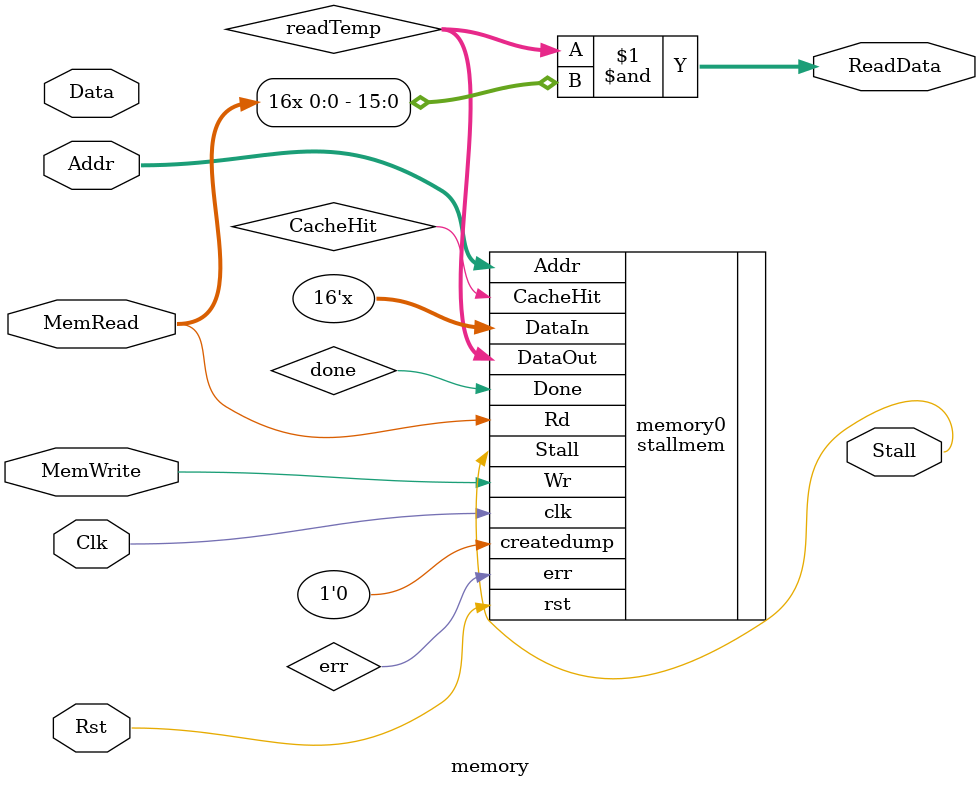
<source format=v>
module memory(Clk, Rst, Addr, Data, MemWrite, MemRead, ReadData, Stall);
   input Clk, Rst;
   input [15:0] Addr, Data;
   input 	MemWrite, MemRead;
   output [15:0] ReadData;
   output 	 Stall;
   wire [15:0] 	 readTemp;
   wire 	 done, cacheHit;
   /*
   
   memory2c memory0(.data_out(readTemp), 
		    .data_in(Data), 
		    .addr(Addr), 
		    .enable(1'b1), 
		    .wr(MemWrite), 
		    .createdump(1'b0), 
		    .clk(Clk), 
		    .rst(Rst));*/
   stallmem memory0(/*AUTOINST*/
		    // Outputs
		    .DataOut		(readTemp),
		    .Done		(done),
		    .Stall		(Stall),
		    .CacheHit		(CacheHit),
		    .err		(err),
		    // Inputs
		    .DataIn		(DataIn[15:0]),
		    .Addr		(Addr[15:0]),
		    .Wr			(MemWrite),
		    .Rd			(MemRead),
		    .createdump		(1'b0),
		    .clk		(Clk),
		    .rst		(Rst));
   
   assign ReadData = readTemp & {16{MemRead}};
endmodule // memory

</source>
